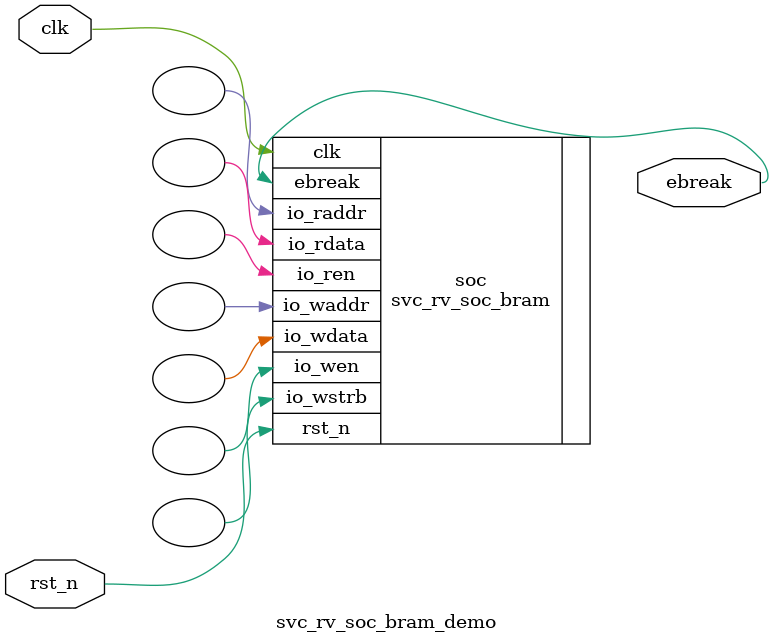
<source format=sv>
`ifndef SVC_RV_SOC_BRAM_DEMO_SV
`define SVC_RV_SOC_BRAM_DEMO_SV

`include "svc.sv"
`include "svc_rv_soc_bram.sv"

module svc_rv_soc_bram_demo (
    input  logic clk,
    input  logic rst_n,
    output logic ebreak
);

  //
  // Instantiate the RISC-V SoC with program pre-loaded in IMEM
  //
  // Program loaded from program.hex into IMEM
  // Fibonacci(100) - computes 100th Fibonacci number (truncated to 32-bit) in x11
  // Result is then shifted left by 1 in x30
  // This exercises ALU, branches, loops, and register forwarding
  //
  // Program includes performance counter reads (RDCYCLE, RDINSTRET)
  // before and after the main computation for CPI measurement
  //
  // BRAM provides 1-cycle read latency with full pipeline enabled
  //
  svc_rv_soc_bram #(
      .XLEN       (32),
      .IMEM_AW    (5),
      .DMEM_AW    (1),
      .PIPELINED  (1),
      .FWD_REGFILE(1),
      .FWD        (0),
      .BPRED      (1),
      .IMEM_INIT  ("rtl/svc_rv_soc_bram_demo/program.hex")
  ) soc (
      .clk     (clk),
      .rst_n   (rst_n),
      .ebreak  (ebreak),
      .io_ren  (),
      .io_raddr(),
      .io_rdata(),
      .io_wen  (),
      .io_waddr(),
      .io_wdata(),
      .io_wstrb()
  );

endmodule

`endif

</source>
